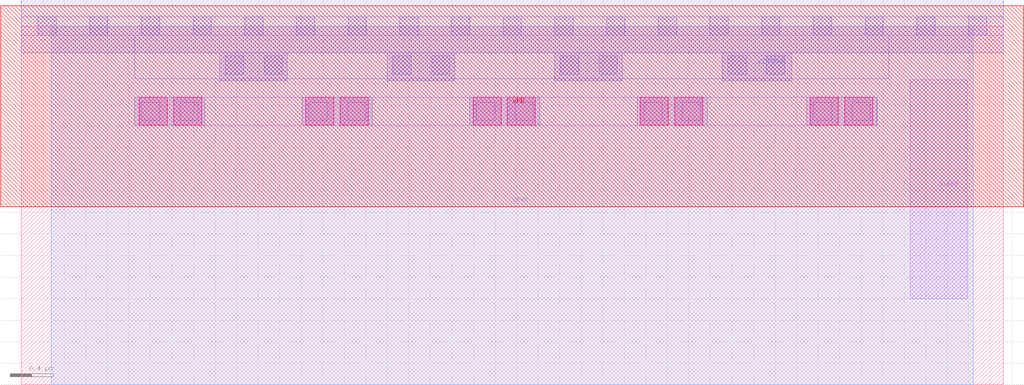
<source format=lef>
# Copyright 2020 The SkyWater PDK Authors
#
# Licensed under the Apache License, Version 2.0 (the "License");
# you may not use this file except in compliance with the License.
# You may obtain a copy of the License at
#
#     https://www.apache.org/licenses/LICENSE-2.0
#
# Unless required by applicable law or agreed to in writing, software
# distributed under the License is distributed on an "AS IS" BASIS,
# WITHOUT WARRANTIES OR CONDITIONS OF ANY KIND, either express or implied.
# See the License for the specific language governing permissions and
# limitations under the License.
#
# SPDX-License-Identifier: Apache-2.0

VERSION 5.7 ;
  NOWIREEXTENSIONATPIN ON ;
  DIVIDERCHAR "/" ;
  BUSBITCHARS "[]" ;
MACRO sky130_fd_sc_lp__sleep_pargate_plv_7
  CLASS BLOCK ;
  FOREIGN sky130_fd_sc_lp__sleep_pargate_plv_7 ;
  ORIGIN  0.000000  0.000000 ;
  SIZE  9.120000 BY  3.330000 ;
  PIN SLEEP
    ANTENNAGATEAREA  1.050000 ;
    PORT
      LAYER li1 ;
        RECT 8.255000 0.800000 8.785000 2.830000 ;
    END
  END SLEEP
  PIN VIRTPWR
    ANTENNADIFFAREA  1.855000 ;
    PORT
      LAYER met1 ;
        RECT 0.000000 3.085000 9.120000 3.575000 ;
        RECT 1.845000 2.825000 2.470000 3.085000 ;
        RECT 3.400000 2.825000 4.025000 3.085000 ;
        RECT 4.955000 2.825000 5.580000 3.085000 ;
        RECT 6.510000 2.825000 7.155000 3.085000 ;
    END
  END VIRTPWR
  PIN VPB
    PORT
      LAYER nwell ;
        RECT -0.190000 1.655000 9.310000 3.520000 ;
    END
  END VPB
  PIN VPWR
    USE POWER ;
    PORT
      LAYER met2 ;
        RECT 0.280000 0.000000 8.840000 3.330000 ;
    END
  END VPWR
  OBS
    LAYER li1 ;
      RECT 0.000000 3.245000 9.120000 3.415000 ;
      RECT 1.055000 2.410000 7.950000 2.670000 ;
      RECT 1.055000 2.840000 8.055000 3.245000 ;
    LAYER mcon ;
      RECT 0.155000 3.245000 0.325000 3.415000 ;
      RECT 0.635000 3.245000 0.805000 3.415000 ;
      RECT 1.115000 2.455000 1.285000 2.625000 ;
      RECT 1.115000 3.245000 1.285000 3.415000 ;
      RECT 1.475000 2.455000 1.645000 2.625000 ;
      RECT 1.595000 3.245000 1.765000 3.415000 ;
      RECT 1.895000 2.885000 2.065000 3.055000 ;
      RECT 2.075000 3.245000 2.245000 3.415000 ;
      RECT 2.255000 2.885000 2.425000 3.055000 ;
      RECT 2.555000 3.245000 2.725000 3.415000 ;
      RECT 2.670000 2.455000 2.840000 2.625000 ;
      RECT 3.030000 2.455000 3.200000 2.625000 ;
      RECT 3.035000 3.245000 3.205000 3.415000 ;
      RECT 3.450000 2.885000 3.620000 3.055000 ;
      RECT 3.515000 3.245000 3.685000 3.415000 ;
      RECT 3.810000 2.885000 3.980000 3.055000 ;
      RECT 3.995000 3.245000 4.165000 3.415000 ;
      RECT 4.225000 2.455000 4.395000 2.625000 ;
      RECT 4.475000 3.245000 4.645000 3.415000 ;
      RECT 4.585000 2.455000 4.755000 2.625000 ;
      RECT 4.955000 3.245000 5.125000 3.415000 ;
      RECT 5.005000 2.885000 5.175000 3.055000 ;
      RECT 5.365000 2.885000 5.535000 3.055000 ;
      RECT 5.435000 3.245000 5.605000 3.415000 ;
      RECT 5.780000 2.455000 5.950000 2.625000 ;
      RECT 5.915000 3.245000 6.085000 3.415000 ;
      RECT 6.140000 2.455000 6.310000 2.625000 ;
      RECT 6.395000 3.245000 6.565000 3.415000 ;
      RECT 6.560000 2.885000 6.730000 3.055000 ;
      RECT 6.875000 3.245000 7.045000 3.415000 ;
      RECT 6.920000 2.885000 7.090000 3.055000 ;
      RECT 7.355000 2.455000 7.525000 2.625000 ;
      RECT 7.355000 3.245000 7.525000 3.415000 ;
      RECT 7.715000 2.455000 7.885000 2.625000 ;
      RECT 7.835000 3.245000 8.005000 3.415000 ;
      RECT 8.315000 3.245000 8.485000 3.415000 ;
      RECT 8.795000 3.245000 8.965000 3.415000 ;
    LAYER met1 ;
      RECT 1.055000 2.410000 1.705000 2.670000 ;
      RECT 2.610000 2.410000 3.260000 2.670000 ;
      RECT 4.165000 2.410000 4.815000 2.670000 ;
      RECT 5.720000 2.410000 6.370000 2.670000 ;
      RECT 7.295000 2.410000 7.945000 2.670000 ;
    LAYER via ;
      RECT 1.095000 2.410000 1.355000 2.670000 ;
      RECT 1.415000 2.410000 1.675000 2.670000 ;
      RECT 2.640000 2.410000 2.900000 2.670000 ;
      RECT 2.960000 2.410000 3.220000 2.670000 ;
      RECT 4.195000 2.410000 4.455000 2.670000 ;
      RECT 4.515000 2.410000 4.775000 2.670000 ;
      RECT 5.750000 2.410000 6.010000 2.670000 ;
      RECT 6.070000 2.410000 6.330000 2.670000 ;
      RECT 7.325000 2.410000 7.585000 2.670000 ;
      RECT 7.645000 2.410000 7.905000 2.670000 ;
  END
END sky130_fd_sc_lp__sleep_pargate_plv_7
END LIBRARY

</source>
